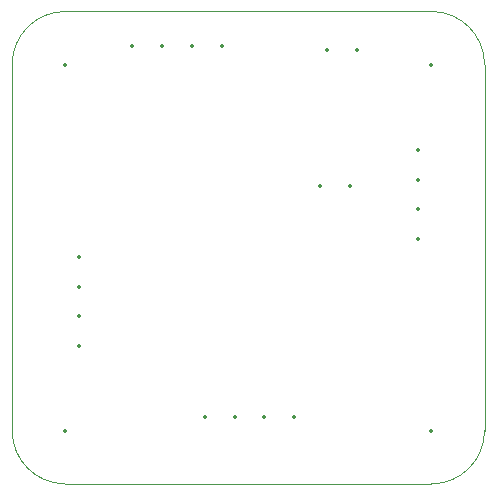
<source format=gko>
%TF.GenerationSoftware,KiCad,Pcbnew,9.0.2-9.0.2-0~ubuntu22.04.1*%
%TF.CreationDate,2025-05-11T10:39:50+03:00*%
%TF.ProjectId,steper-motor-unit,73746570-6572-42d6-9d6f-746f722d756e,rev?*%
%TF.SameCoordinates,Original*%
%TF.FileFunction,Profile,NP*%
%FSLAX46Y46*%
G04 Gerber Fmt 4.6, Leading zero omitted, Abs format (unit mm)*
G04 Created by KiCad (PCBNEW 9.0.2-9.0.2-0~ubuntu22.04.1) date 2025-05-11 10:39:50*
%MOMM*%
%LPD*%
G01*
G04 APERTURE LIST*
%TA.AperFunction,Profile*%
%ADD10C,0.050000*%
%TD*%
%ADD11C,0.350000*%
G04 APERTURE END LIST*
D10*
X4500000Y0D02*
G75*
G02*
X0Y4500000I0J4500000D01*
G01*
X0Y35500000D02*
G75*
G02*
X4500000Y40000000I4499998J2D01*
G01*
X0Y4500000D02*
X0Y35500000D01*
X40000000Y4500000D02*
G75*
G02*
X35500000Y0I-4500000J0D01*
G01*
X35500000Y40000000D02*
G75*
G02*
X40000000Y35500000I0J-4500000D01*
G01*
X40000000Y35500000D02*
X40000000Y4500000D01*
X4500000Y40000000D02*
X35500000Y40000000D01*
X35500000Y0D02*
X4500000Y0D01*
D11*
X5660000Y11700000D03*
X5660000Y14200000D03*
X5660000Y16700000D03*
X5660000Y19200000D03*
X4500000Y4500000D03*
X34360000Y28270000D03*
X34360000Y25770000D03*
X34360000Y23270000D03*
X34360000Y20770000D03*
X28590000Y25215000D03*
X26050000Y25215000D03*
X35500000Y4500000D03*
X4500000Y35500000D03*
X26675000Y36700000D03*
X29215000Y36700000D03*
X23830000Y5632500D03*
X21330000Y5632500D03*
X18830000Y5632500D03*
X16330000Y5632500D03*
X10190000Y37100000D03*
X12730000Y37100000D03*
X15270000Y37100000D03*
X17810000Y37100000D03*
X35500000Y35500000D03*
M02*

</source>
